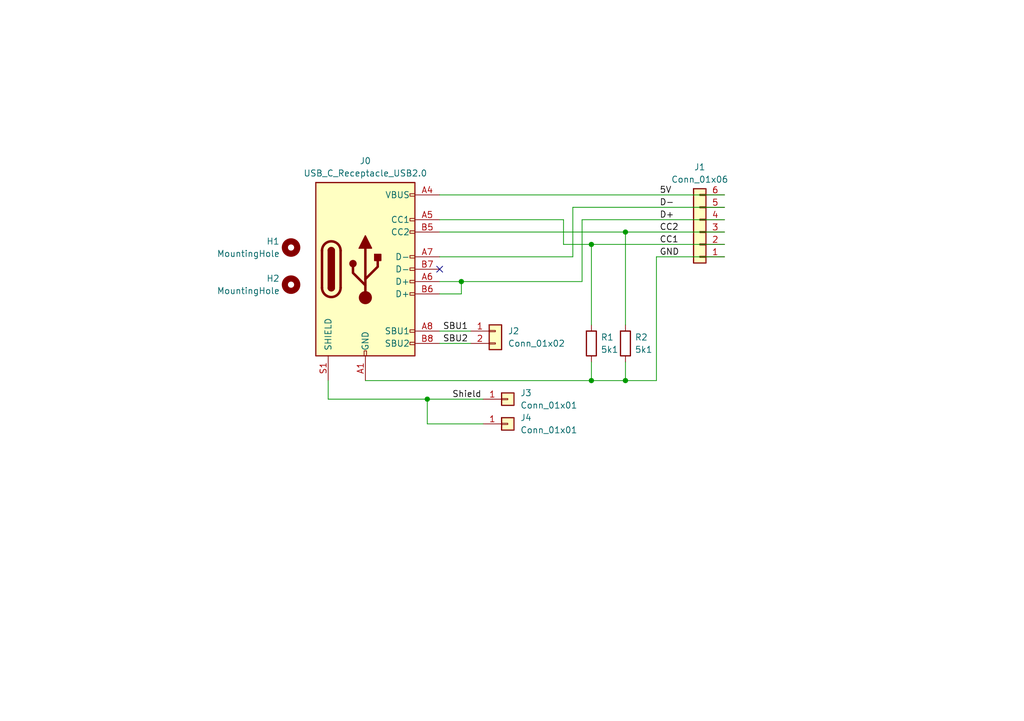
<source format=kicad_sch>
(kicad_sch (version 20230121) (generator eeschema)
  (paper "A5")
  (title_block (title "SL USB Type-C Breakout") (date "2024-02-23") (rev "v1.0") (company "Sternenlabor e.V.") (comment 1 "André Fiedler <mail@andrefiedler.de>"))
  (lib_symbols
    (symbol "Connector:USB_C_Receptacle_USB2.0" (pin_names (offset 1.016))
      (property "Reference" "J" (at -10.16 19.05 0))
      (property "Value" "USB_C_Receptacle_USB2.0" (at 19.05 19.05 0))
      (symbol "USB_C_Receptacle_USB2.0_0_0"
        (rectangle (start -0.254 -17.78) (end 0.254 -16.764))
        (rectangle (start 10.16 -14.986) (end 9.144 -15.494))
        (rectangle (start 10.16 -12.446) (end 9.144 -12.954))
        (rectangle (start 10.16 -4.826) (end 9.144 -5.334))
        (rectangle (start 10.16 -2.286) (end 9.144 -2.794))
        (rectangle (start 10.16 0.254) (end 9.144 -0.254))
        (rectangle (start 10.16 2.794) (end 9.144 2.286))
        (rectangle (start 10.16 7.874) (end 9.144 7.366))
        (rectangle (start 10.16 10.414) (end 9.144 9.906))
        (rectangle (start 10.16 15.494) (end 9.144 14.986))
      )
      (symbol "USB_C_Receptacle_USB2.0_0_1"
        (rectangle (start -10.16 17.78) (end 10.16 -17.78) (stroke (width 0.254)) (fill (type background)))
        (arc (start -8.89 -3.81) (mid -6.985 -5.7067) (end -5.08 -3.81) (stroke (width 0.508)))
        (arc (start -7.62 -3.81) (mid -6.985 -4.4423) (end -6.35 -3.81) (stroke (width 0.254)))
        (arc (start -7.62 -3.81) (mid -6.985 -4.4423) (end -6.35 -3.81) (stroke (width 0.254)) (fill (type outline)))
        (rectangle (start -7.62 -3.81) (end -6.35 3.81) (stroke (width 0.254)) (fill (type outline)))
        (arc (start -6.35 3.81) (mid -6.985 4.4423) (end -7.62 3.81) (stroke (width 0.254)))
        (arc (start -6.35 3.81) (mid -6.985 4.4423) (end -7.62 3.81) (stroke (width 0.254)) (fill (type outline)))
        (arc (start -5.08 3.81) (mid -6.985 5.7067) (end -8.89 3.81) (stroke (width 0.508)))
        (circle (center -2.54 1.143) (radius 0.635) (stroke (width 0.254)) (fill (type outline)))
        (circle (center 0 -5.842) (radius 1.27) (fill (type outline)))
        (polyline (pts (xy -8.89 -3.81) (xy -8.89 3.81)) (stroke (width 0.508)))
        (polyline (pts (xy -5.08 3.81) (xy -5.08 -3.81)) (stroke (width 0.508)))
        (polyline (pts (xy 0 -5.842) (xy 0 4.318)) (stroke (width 0.508)))
        (polyline (pts (xy 0 -3.302) (xy -2.54 -0.762) (xy -2.54 0.508)) (stroke (width 0.508)))
        (polyline (pts (xy 0 -2.032) (xy 2.54 0.508) (xy 2.54 1.778)) (stroke (width 0.508)))
        (polyline (pts (xy -1.27 4.318) (xy 0 6.858) (xy 1.27 4.318) (xy -1.27 4.318)) (stroke (width 0.254)) (fill (type outline)))
        (rectangle (start 1.905 1.778) (end 3.175 3.048) (stroke (width 0.254)) (fill (type outline)))
      )
      (symbol "USB_C_Receptacle_USB2.0_1_1"
        (pin passive line (at 0 -22.86 90) (length 5.08) (name "GND") (number "A1"))
        (pin passive line (at 0 -22.86 90) (length 5.08) hide (name "GND") (number "A12"))
        (pin passive line (at 15.24 15.24 180) (length 5.08) (name "VBUS") (number "A4"))
        (pin bidirectional line (at 15.24 10.16 180) (length 5.08) (name "CC1") (number "A5"))
        (pin bidirectional line (at 15.24 -2.54 180) (length 5.08) (name "D+") (number "A6"))
        (pin bidirectional line (at 15.24 2.54 180) (length 5.08) (name "D-") (number "A7"))
        (pin bidirectional line (at 15.24 -12.7 180) (length 5.08) (name "SBU1") (number "A8"))
        (pin passive line (at 15.24 15.24 180) (length 5.08) hide (name "VBUS") (number "A9"))
        (pin passive line (at 0 -22.86 90) (length 5.08) hide (name "GND") (number "B1"))
        (pin passive line (at 0 -22.86 90) (length 5.08) hide (name "GND") (number "B12"))
        (pin passive line (at 15.24 15.24 180) (length 5.08) hide (name "VBUS") (number "B4"))
        (pin bidirectional line (at 15.24 7.62 180) (length 5.08) (name "CC2") (number "B5"))
        (pin bidirectional line (at 15.24 -5.08 180) (length 5.08) (name "D+") (number "B6"))
        (pin bidirectional line (at 15.24 0 180) (length 5.08) (name "D-") (number "B7"))
        (pin bidirectional line (at 15.24 -15.24 180) (length 5.08) (name "SBU2") (number "B8"))
        (pin passive line (at 15.24 15.24 180) (length 5.08) hide (name "VBUS") (number "B9"))
        (pin passive line (at -7.62 -22.86 90) (length 5.08) (name "SHIELD") (number "S1"))
      )
    )
    (symbol "Connector_Generic:Conn_01x01" (pin_names (offset 1.016) hide)
      (property "Reference" "J" (at 0 2.54 0))
      (property "Value" "Conn_01x01" (at 0 -2.54 0))
      (symbol "Conn_01x01_1_1"
        (rectangle (start -1.27 0.127) (end 0 -0.127) (stroke (width 0.1524)))
        (rectangle (start -1.27 1.27) (end 1.27 -1.27) (stroke (width 0.254)) (fill (type background)))
        (pin passive line (at -5.08 0 0) (length 3.81) (name "Pin_1") (number "1"))
      )
    )
    (symbol "Connector_Generic:Conn_01x02" (pin_names (offset 1.016) hide)
      (property "Reference" "J" (at 0 2.54 0))
      (property "Value" "Conn_01x02" (at 0 -5.08 0))
      (symbol "Conn_01x02_1_1"
        (rectangle (start -1.27 -2.413) (end 0 -2.667) (stroke (width 0.1524)))
        (rectangle (start -1.27 0.127) (end 0 -0.127) (stroke (width 0.1524)))
        (rectangle (start -1.27 1.27) (end 1.27 -3.81) (stroke (width 0.254)) (fill (type background)))
        (pin passive line (at -5.08 0 0) (length 3.81) (name "Pin_1") (number "1"))
        (pin passive line (at -5.08 -2.54 0) (length 3.81) (name "Pin_2") (number "2"))
      )
    )
    (symbol "Connector_Generic:Conn_01x06" (pin_names (offset 1.016) hide)
      (property "Reference" "J" (at 0 7.62 0))
      (property "Value" "Conn_01x06" (at 0 -10.16 0))
      (symbol "Conn_01x06_1_1"
        (rectangle (start -1.27 -7.493) (end 0 -7.747) (stroke (width 0.1524)))
        (rectangle (start -1.27 -4.953) (end 0 -5.207) (stroke (width 0.1524)))
        (rectangle (start -1.27 -2.413) (end 0 -2.667) (stroke (width 0.1524)))
        (rectangle (start -1.27 0.127) (end 0 -0.127) (stroke (width 0.1524)))
        (rectangle (start -1.27 2.667) (end 0 2.413) (stroke (width 0.1524)))
        (rectangle (start -1.27 5.207) (end 0 4.953) (stroke (width 0.1524)))
        (rectangle (start -1.27 6.35) (end 1.27 -8.89) (stroke (width 0.254)) (fill (type background)))
        (pin passive line (at -5.08 5.08 0) (length 3.81) (name "Pin_1") (number "1"))
        (pin passive line (at -5.08 2.54 0) (length 3.81) (name "Pin_2") (number "2"))
        (pin passive line (at -5.08 0 0) (length 3.81) (name "Pin_3") (number "3"))
        (pin passive line (at -5.08 -2.54 0) (length 3.81) (name "Pin_4") (number "4"))
        (pin passive line (at -5.08 -5.08 0) (length 3.81) (name "Pin_5") (number "5"))
        (pin passive line (at -5.08 -7.62 0) (length 3.81) (name "Pin_6") (number "6"))
      )
    )
    (symbol "Device:R" (pin_numbers hide) (pin_names (offset 0))
      (property "Reference" "R" (at 2.032 0 90))
      (property "Value" "R" (at 0 0 90))
      (symbol "R_0_1"
        (rectangle (start -1.016 -2.54) (end 1.016 2.54) (stroke (width 0.254)))
      )
      (symbol "R_1_1"
        (pin passive line (at 0 3.81 270) (length 1.27) (name "~") (number "1"))
        (pin passive line (at 0 -3.81 90) (length 1.27) (name "~") (number "2"))
      )
    )
    (symbol "Mechanical:MountingHole" (pin_names (offset 1.016))
      (property "Reference" "H" (at 0 5.08 0))
      (property "Value" "MountingHole" (at 0 3.175 0))
      (symbol "MountingHole_0_1"
        (circle (center 0 0) (radius 1.27) (stroke (width 1.27)))
      )
    )
  )
  (junction (at 128.27 78.105))
  (junction (at 87.63 81.915))
  (junction (at 94.615 57.785))
  (junction (at 121.285 50.165))
  (junction (at 121.285 78.105))
  (junction (at 128.27 47.625))
  (no_connect (at 90.17 55.245))
  (wire (pts (xy 117.475 42.545) (xy 148.59 42.545)))
  (wire (pts (xy 90.17 60.325) (xy 94.615 60.325)))
  (wire (pts (xy 115.57 45.085) (xy 115.57 50.165)))
  (wire (pts (xy 128.27 47.625) (xy 128.27 66.675)))
  (wire (pts (xy 115.57 50.165) (xy 121.285 50.165)))
  (wire (pts (xy 119.38 57.785) (xy 94.615 57.785)))
  (wire (pts (xy 74.93 78.105) (xy 121.285 78.105)))
  (wire (pts (xy 134.62 52.705) (xy 148.59 52.705)))
  (wire (pts (xy 128.27 78.105) (xy 134.62 78.105)))
  (wire (pts (xy 90.17 67.945) (xy 96.52 67.945)))
  (wire (pts (xy 117.475 42.545) (xy 117.475 52.705)))
  (wire (pts (xy 90.17 47.625) (xy 128.27 47.625)))
  (wire (pts (xy 94.615 60.325) (xy 94.615 57.785)))
  (wire (pts (xy 94.615 57.785) (xy 90.17 57.785)))
  (wire (pts (xy 90.17 40.005) (xy 148.59 40.005)))
  (wire (pts (xy 87.63 81.915) (xy 99.06 81.915)))
  (wire (pts (xy 119.38 45.085) (xy 119.38 57.785)))
  (wire (pts (xy 90.17 70.485) (xy 96.52 70.485)))
  (wire (pts (xy 67.31 81.915) (xy 87.63 81.915)))
  (wire (pts (xy 87.63 86.995) (xy 99.06 86.995)))
  (wire (pts (xy 121.285 50.165) (xy 121.285 66.675)))
  (wire (pts (xy 119.38 45.085) (xy 148.59 45.085)))
  (wire (pts (xy 67.31 78.105) (xy 67.31 81.915)))
  (wire (pts (xy 148.59 50.165) (xy 121.285 50.165)))
  (wire (pts (xy 87.63 81.915) (xy 87.63 86.995)))
  (wire (pts (xy 128.27 47.625) (xy 148.59 47.625)))
  (wire (pts (xy 121.285 74.295) (xy 121.285 78.105)))
  (wire (pts (xy 134.62 78.105) (xy 134.62 52.705)))
  (wire (pts (xy 128.27 74.295) (xy 128.27 78.105)))
  (wire (pts (xy 121.285 78.105) (xy 128.27 78.105)))
  (wire (pts (xy 90.17 45.085) (xy 115.57 45.085)))
  (wire (pts (xy 90.17 52.705) (xy 117.475 52.705)))
  (label "D+" (at 135.255 45.085 0))
  (label "D-" (at 135.255 42.545 0))
  (label "CC2" (at 135.255 47.625 0))
  (label "SBU1" (at 90.805 67.945 0))
  (label "Shield" (at 92.71 81.915 0))
  (label "GND" (at 135.255 52.705 0))
  (label "CC1" (at 135.255 50.165 0))
  (label "5V" (at 135.255 40.005 0))
  (label "SBU2" (at 90.805 70.485 0))
  (symbol (lib_id "Mechanical:MountingHole") (at 59.69 58.42 0) (unit 1)
    (property "Reference" "H2" (at 54.61 57.15 0) (effects (justify left)))
    (property "Value" "MountingHole" (at 44.45 59.69 0) (effects (justify left)))
    (property "Footprint" "MountingHole:MountingHole_3.2mm_M3" (effects hide))
  )
  (symbol (lib_id "Device:R") (at 121.285 70.485 0) (unit 1)
    (property "Reference" "R1" (at 123.19 69.215 0) (effects (justify left)))
    (property "Value" "5k1" (at 123.19 71.755 0) (effects (justify left)))
    (property "Footprint" "Resistor_SMD:R_0603_1608Metric_Pad0.98x0.95mm_HandSolder" (effects hide))
  )
  (symbol (lib_id "Connector_Generic:Conn_01x01") (at 104.14 86.995 0) (unit 1)
    (property "Reference" "J4" (at 106.68 85.725 0) (effects (justify left)))
    (property "Value" "Conn_01x01" (at 106.68 88.265 0) (effects (justify left)))
    (property "Footprint" "Connector_Pin:Pin_D1.0mm_L10.0mm" (effects hide))
  )
  (symbol (lib_id "Connector_Generic:Conn_01x06") (at 143.51 47.625 180) (unit 1)
    (property "Reference" "J1" (at 143.51 34.29 0))
    (property "Value" "Conn_01x06" (at 143.51 36.83 0))
    (property "Footprint" "Connector_PinHeader_2.54mm:PinHeader_1x06_P2.54mm_Vertical" (effects hide))
  )
  (symbol (lib_id "Connector_Generic:Conn_01x01") (at 104.14 81.915 0) (unit 1)
    (property "Reference" "J3" (at 106.68 80.645 0) (effects (justify left)))
    (property "Value" "Conn_01x01" (at 106.68 83.185 0) (effects (justify left)))
    (property "Footprint" "Connector_Pin:Pin_D1.0mm_L10.0mm" (effects hide))
  )
  (symbol (lib_id "Mechanical:MountingHole") (at 59.69 50.8 180) (unit 1)
    (property "Reference" "H1" (at 54.61 49.53 0) (effects (justify right)))
    (property "Value" "MountingHole" (at 44.45 52.07 0) (effects (justify right)))
    (property "Footprint" "MountingHole:MountingHole_3.2mm_M3" (effects hide))
  )
  (symbol (lib_id "Connector_Generic:Conn_01x02") (at 101.6 67.945 0) (unit 1)
    (property "Reference" "J2" (at 104.14 67.945 0) (effects (justify left)))
    (property "Value" "Conn_01x02" (at 104.14 70.485 0) (effects (justify left)))
    (property "Footprint" "Connector_PinHeader_2.54mm:PinHeader_1x02_P2.54mm_Vertical" (effects hide))
  )
  (symbol (lib_id "Device:R") (at 128.27 70.485 0) (unit 1)
    (property "Reference" "R2" (at 130.175 69.215 0) (effects (justify left)))
    (property "Value" "5k1" (at 130.175 71.755 0) (effects (justify left)))
    (property "Footprint" "Resistor_SMD:R_0603_1608Metric_Pad0.98x0.95mm_HandSolder" (effects hide))
  )
  (symbol (lib_id "Connector:USB_C_Receptacle_USB2.0") (at 74.93 55.245 0) (unit 1)
    (property "Reference" "J0" (at 74.93 33.02 0))
    (property "Value" "USB_C_Receptacle_USB2.0" (at 74.93 35.56 0))
    (property "Footprint" "Connector_USB:USB_C_Receptacle_GCT_USB4105-xx-A_16P_TopMnt_Horizontal" (effects hide))
    (property "Datasheet" "https://www.usb.org/sites/default/files/documents/usb_type-c.zip" (effects hide))
  )
)
</source>
